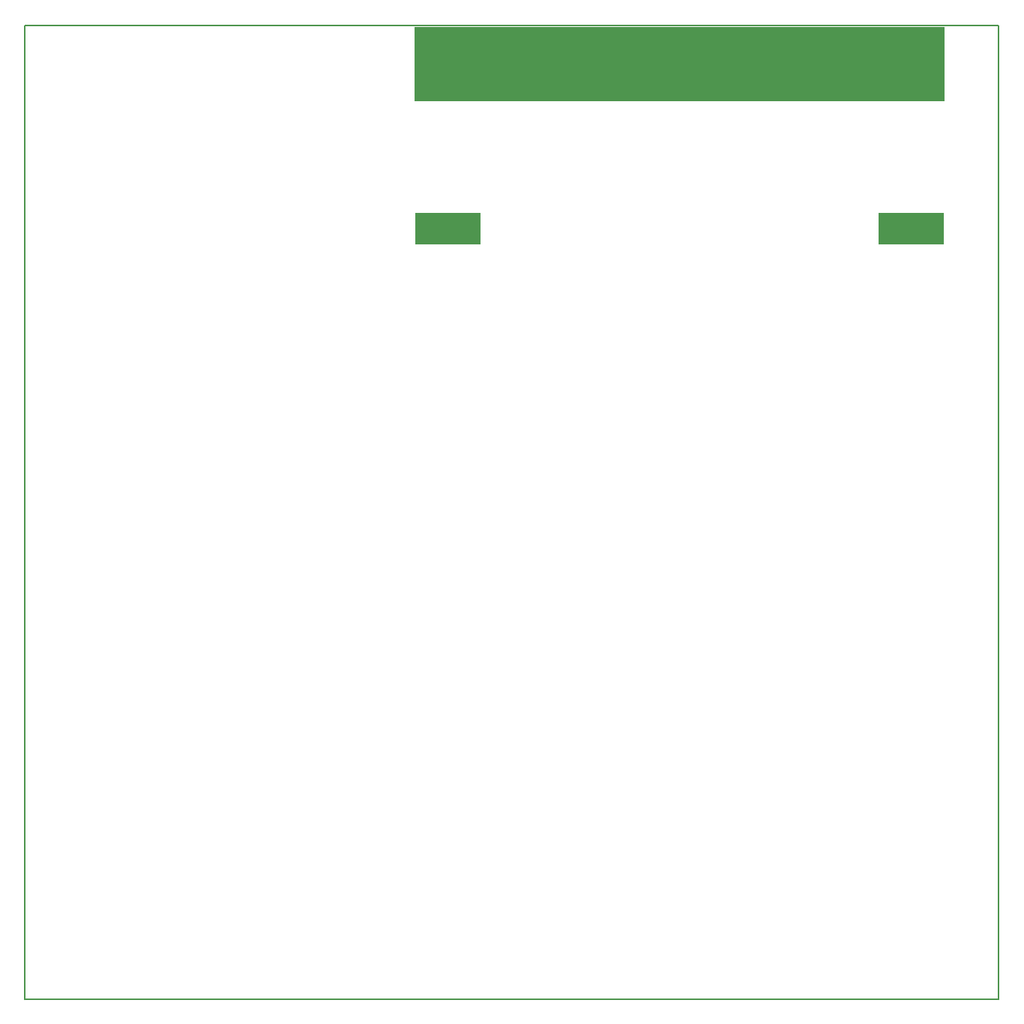
<source format=gko>
G04*
G04 #@! TF.GenerationSoftware,Altium Limited,Altium Designer,21.6.4 (81)*
G04*
G04 Layer_Color=16711935*
%FSTAX24Y24*%
%MOIN*%
G70*
G04*
G04 #@! TF.SameCoordinates,CFC9D6D8-CD49-4BFF-A4EB-002DC6F40297*
G04*
G04*
G04 #@! TF.FilePolarity,Positive*
G04*
G01*
G75*
%ADD22C,0.0050*%
G36*
X053866Y049418D02*
X030326Y049418D01*
Y052718D01*
X053866D01*
Y049418D01*
D02*
G37*
G36*
X053856Y043058D02*
X050956D01*
Y044458D01*
X053856D01*
Y043058D01*
D02*
G37*
G36*
X033236D02*
X030336D01*
Y044458D01*
X033236D01*
Y043058D01*
D02*
G37*
D22*
X056295Y052807D02*
X056295Y0095D01*
X012988D02*
Y052807D01*
Y0095D02*
X056295D01*
X012988Y052807D02*
X056295D01*
M02*

</source>
